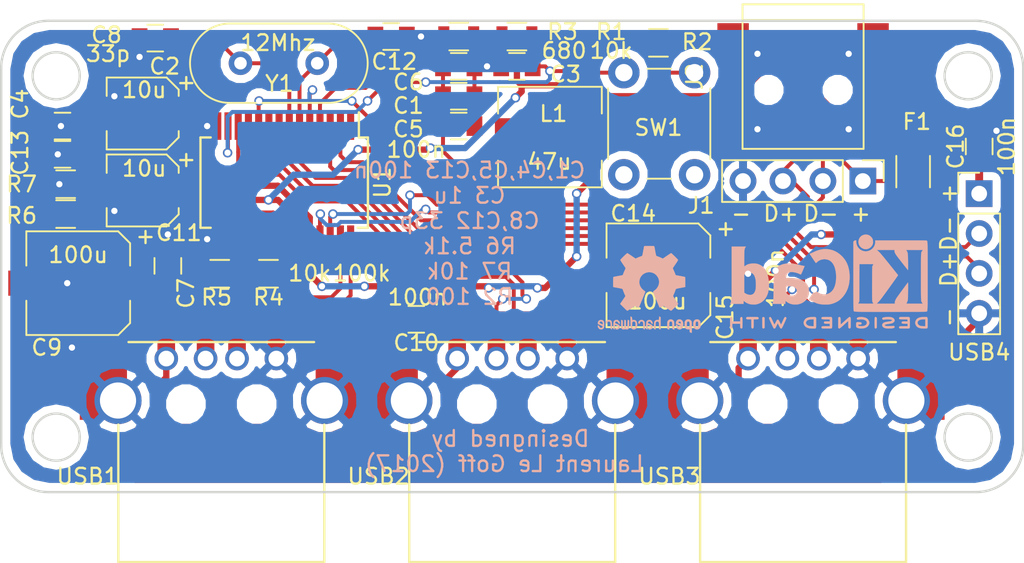
<source format=kicad_pcb>
(kicad_pcb (version 4) (host pcbnew 4.0.6)
  (layers (0 F.Cu signal) (31 B.Cu signal) (34 B.Paste user) (35 F.Paste user) (36 B.SilkS user) (37 F.SilkS user) (38 B.Mask user) (39 F.Mask user) (44 Edge.Cuts user))
  (net 0 "")
  (net 1 "Net-(C1-Pad1)")
  (net 2 "Net-(C8-Pad1)")
  (net 3 /USBGND)
  (net 4 /USB3V3)
  (net 5 /USB5VP)
  (net 6 /USB5V)
  (net 7 /D0-)
  (net 8 /D0+)
  (net 9 /D2-)
  (net 10 /D2+)
  (net 11 /D3-)
  (net 12 /D3+)
  (net 13 /D4-)
  (net 14 /D4+)
  (net 15 /D1-)
  (net 16 /D1+)
  (net 17 /USBRST)
  (net 18 "Net-(C12-Pad1)")
  (net 19 "Net-(J2-Pad4)")
  (net 20 "Net-(R2-Pad2)")
  (net 21 "Net-(R3-Pad1)")
  (net 22 "Net-(R4-Pad1)")
  (net 23 "Net-(R5-Pad1)")
  (net 24 "Net-(R6-Pad1)")
  (net 25 "Net-(U1-Pad19)")
  (net 26 "Net-(U1-Pad20)")
  (net 27 "Net-(U1-Pad22)")
  (module Capacitors_SMD:C_0805 (layer F.Cu) (at 49.1 88.8)
    (fp_text reference C1 (at -3.2 0.6) (layer F.SilkS))
    (fp_text value 100n)
    (pad 1 smd rect (at -1 0) (size 1 1.25) (layers F.Cu F.Paste F.Mask) (net 1 "Net-(C1-Pad1)"))
    (pad 2 smd rect (at 1 0) (size 1 1.25) (layers F.Cu F.Paste F.Mask) (net 3 /USBGND))
  )
  (module Capacitors_SMD:CP_Elec_4x5.7 (layer F.Cu) (at 29 89.9 180)
    (fp_text reference C2 (at -1.4 3 180) (layer F.SilkS))
    (fp_text value 10u (at -0.1 1.5 180) (layer F.SilkS))
    (fp_text user + (at -2.77 2.01 180) (layer F.SilkS))
    (pad 1 smd rect (at -1.8 0) (size 2.6 1.6) (layers F.Cu F.Paste F.Mask) (net 4 /USB3V3))
    (pad 2 smd rect (at 1.8 0) (size 2.6 1.6) (layers F.Cu F.Paste F.Mask) (net 3 /USBGND))
  )
  (module Capacitors_SMD:C_0805 (layer F.Cu) (at 52.8 86.9 180)
    (fp_text reference C3 (at -3.1 -0.5 180) (layer F.SilkS))
    (fp_text value 1u)
    (pad 1 smd rect (at -1 0 180) (size 1 1.25) (layers F.Cu F.Paste F.Mask) (net 17 /USBRST))
    (pad 2 smd rect (at 1 0 180) (size 1 1.25) (layers F.Cu F.Paste F.Mask) (net 3 /USBGND))
  )
  (module Capacitors_SMD:C_0805 (layer F.Cu) (at 23.9 90.7 180)
    (fp_text reference C4 (at 2.7 1.4 270) (layer F.SilkS))
    (fp_text value 100n)
    (pad 1 smd rect (at -1 0 180) (size 1 1.25) (layers F.Cu F.Paste F.Mask) (net 4 /USB3V3))
    (pad 2 smd rect (at 1 0 180) (size 1 1.25) (layers F.Cu F.Paste F.Mask) (net 3 /USBGND))
  )
  (module Capacitors_SMD:C_0805 (layer F.Cu) (at 49.1 90.7)
    (fp_text reference C5 (at -3.2 0.2) (layer F.SilkS))
    (fp_text value 100n (at -2.7 1.5) (layer F.SilkS))
    (pad 1 smd rect (at -1 0) (size 1 1.25) (layers F.Cu F.Paste F.Mask) (net 1 "Net-(C1-Pad1)"))
    (pad 2 smd rect (at 1 0) (size 1 1.25) (layers F.Cu F.Paste F.Mask) (net 3 /USBGND))
  )
  (module Capacitors_SMD:C_0805 (layer F.Cu) (at 49.1 86.9)
    (fp_text reference C6 (at -3.2 1) (layer F.SilkS))
    (fp_text value 100n)
    (pad 1 smd rect (at -1 0) (size 1 1.25) (layers F.Cu F.Paste F.Mask) (net 1 "Net-(C1-Pad1)"))
    (pad 2 smd rect (at 1 0) (size 1 1.25) (layers F.Cu F.Paste F.Mask) (net 3 /USBGND))
  )
  (module Capacitors_SMD:C_0805 (layer F.Cu) (at 29.8 85.1 180)
    (fp_text reference C8 (at 3.1 0.2 180) (layer F.SilkS))
    (fp_text value 33p (at 3 -1 180) (layer F.SilkS))
    (pad 1 smd rect (at -1 0 180) (size 1 1.25) (layers F.Cu F.Paste F.Mask) (net 2 "Net-(C8-Pad1)"))
    (pad 2 smd rect (at 1 0 180) (size 1 1.25) (layers F.Cu F.Paste F.Mask) (net 3 /USBGND))
  )
  (module Capacitors_SMD:C_0805 (layer F.Cu) (at 44.8 85)
    (fp_text reference C12 (at 0.2 1.6) (layer F.SilkS))
    (fp_text value 33p)
    (pad 1 smd rect (at -1 0) (size 1 1.25) (layers F.Cu F.Paste F.Mask) (net 18 "Net-(C12-Pad1)"))
    (pad 2 smd rect (at 1 0) (size 1 1.25) (layers F.Cu F.Paste F.Mask) (net 3 /USBGND))
  )
  (module Capacitors_SMD:C_0805 (layer F.Cu) (at 30.6 99.6 90)
    (fp_text reference C7 (at -1.746 1.15 90) (layer F.SilkS))
    (fp_text value 100n)
    (pad 1 smd rect (at -1 0 90) (size 1 1.25) (layers F.Cu F.Paste F.Mask) (net 5 /USB5VP))
    (pad 2 smd rect (at 1 0 90) (size 1 1.25) (layers F.Cu F.Paste F.Mask) (net 3 /USBGND))
  )
  (module Capacitors_SMD:CP_Elec_6.3x5.3 (layer F.Cu) (at 24.9 100.7 180)
    (fp_text reference C9 (at 2 -4.1 180) (layer F.SilkS))
    (fp_text value 100u (at 0 1.8 180) (layer F.SilkS))
    (fp_text user + (at -4.28 3.01 180) (layer F.SilkS))
    (pad 1 smd rect (at -2.7 0) (size 3.5 1.6) (layers F.Cu F.Paste F.Mask) (net 5 /USB5VP))
    (pad 2 smd rect (at 2.7 0) (size 3.5 1.6) (layers F.Cu F.Paste F.Mask) (net 3 /USBGND))
  )
  (module Capacitors_SMD:C_0805 (layer F.Cu) (at 46.4 103 180)
    (fp_text reference C10 (at 0 -1.5 180) (layer F.SilkS))
    (fp_text value 100n (at -0.082 1.4 180) (layer F.SilkS))
    (pad 1 smd rect (at -1 0 180) (size 1 1.25) (layers F.Cu F.Paste F.Mask) (net 5 /USB5VP))
    (pad 2 smd rect (at 1 0 180) (size 1 1.25) (layers F.Cu F.Paste F.Mask) (net 3 /USBGND))
  )
  (module Capacitors_SMD:CP_Elec_6.3x5.3 (layer F.Cu) (at 61.8 100.2 180)
    (fp_text reference C14 (at 1.602 3.934 180) (layer F.SilkS))
    (fp_text value 100u (at 0.078 -1.654 180) (layer F.SilkS))
    (fp_text user + (at -4.28 3.01 180) (layer F.SilkS))
    (pad 1 smd rect (at -2.7 0) (size 3.5 1.6) (layers F.Cu F.Paste F.Mask) (net 5 /USB5VP))
    (pad 2 smd rect (at 2.7 0) (size 3.5 1.6) (layers F.Cu F.Paste F.Mask) (net 3 /USBGND))
  )
  (module Capacitors_SMD:C_0805 (layer F.Cu) (at 67.5 100.4 90)
    (fp_text reference C15 (at -2.47 -1.46 90) (layer F.SilkS))
    (fp_text value 100n (at 0 1.75 90) (layer F.SilkS))
    (pad 1 smd rect (at -1 0 90) (size 1 1.25) (layers F.Cu F.Paste F.Mask) (net 5 /USB5VP))
    (pad 2 smd rect (at 1 0 90) (size 1 1.25) (layers F.Cu F.Paste F.Mask) (net 3 /USBGND))
  )
  (module Capacitors_SMD:C_0805 (layer F.Cu) (at 23.9 92.5 180)
    (fp_text reference C13 (at 2.7 0.1 270) (layer F.SilkS))
    (fp_text value 100n)
    (pad 1 smd rect (at -1 0 180) (size 1 1.25) (layers F.Cu F.Paste F.Mask) (net 6 /USB5V))
    (pad 2 smd rect (at 1 0 180) (size 1 1.25) (layers F.Cu F.Paste F.Mask) (net 3 /USBGND))
  )
  (module Fuse_Holders_and_Fuses:Fuse_SMD1206_Reflow (layer F.Cu) (at 78 93.6 270)
    (fp_text reference F1 (at -3.176 -0.232 360) (layer F.SilkS))
    (fp_text value Polyfuse_Small)
    (pad 1 smd rect (at -1.2 0) (size 2.03 1.14) (layers F.Cu F.Paste F.Mask) (net 5 /USB5VP))
    (pad 2 smd rect (at 1.2 0) (size 2.03 1.14) (layers F.Cu F.Paste F.Mask) (net 6 /USB5V))
  )
  (module Pin_Headers:Pin_Header_Straight_1x04_Pitch2.54mm (layer F.Cu) (at 74.8 94.2 270)
    (fp_text reference J1 (at 1.558 10.284 360) (layer F.SilkS))
    (fp_text value USB)
    (pad 1 thru_hole rect (at 0 0 270) (size 1.7 1.7) (drill 1) (layers *.Cu *.Mask) (net 6 /USB5V))
    (pad 2 thru_hole oval (at 0 2.54 270) (size 1.7 1.7) (drill 1) (layers *.Cu *.Mask) (net 7 /D0-))
    (pad 3 thru_hole oval (at 0 5.08 270) (size 1.7 1.7) (drill 1) (layers *.Cu *.Mask) (net 8 /D0+))
    (pad 4 thru_hole oval (at 0 7.62 270) (size 1.7 1.7) (drill 1) (layers *.Cu *.Mask) (net 3 /USBGND))
  )
  (module Connectors:USB_Mini-B (layer F.Cu) (at 71 88.2 270)
    (fp_text reference J2 (at -0.65 6.9 270) (layer F.SilkS))
    (fp_text value USB_OTG)
    (pad 1 smd rect (at 2.8 -1.6 270) (size 2.3 0.5) (layers F.Cu F.Paste F.Mask) (net 6 /USB5V))
    (pad 2 smd rect (at 2.8 -0.8 270) (size 2.3 0.5) (layers F.Cu F.Paste F.Mask) (net 7 /D0-))
    (pad 3 smd rect (at 2.8 0 270) (size 2.3 0.5) (layers F.Cu F.Paste F.Mask) (net 8 /D0+))
    (pad 4 smd rect (at 2.8 0.8 270) (size 2.3 0.5) (layers F.Cu F.Paste F.Mask) (net 19 "Net-(J2-Pad4)"))
    (pad 5 smd rect (at 2.8 1.6 270) (size 2.3 0.5) (layers F.Cu F.Paste F.Mask) (net 3 /USBGND))
    (pad 6 smd rect (at 2.7 -4.45 270) (size 2.5 2) (layers F.Cu F.Paste F.Mask) (net 3 /USBGND))
    (pad 6 smd rect (at -2.8 -4.45 270) (size 2.5 2) (layers F.Cu F.Paste F.Mask) (net 3 /USBGND))
    (pad 6 smd rect (at 2.7 4.45 270) (size 2.5 2) (layers F.Cu F.Paste F.Mask) (net 3 /USBGND))
    (pad 6 smd rect (at -2.8 4.45 270) (size 2.5 2) (layers F.Cu F.Paste F.Mask) (net 3 /USBGND))
    (pad "" np_thru_hole circle (at 0.2 -2.2 270) (size 0.9 0.9) (drill 0.9) (layers *.Cu *.Mask))
    (pad "" np_thru_hole circle (at 0.2 2.2 270) (size 0.9 0.9) (drill 0.9) (layers *.Cu *.Mask))
  )
  (module Inductors_SMD:L_6.3x6.3_H3 (layer F.Cu) (at 54.9 91.4)
    (fp_text reference L1 (at 0.218 -1.484) (layer F.SilkS))
    (fp_text value 47u (at -0.036 1.564) (layer F.SilkS))
    (pad 1 smd rect (at -2.75 0) (size 1.5 2.4) (layers F.Cu F.Paste F.Mask) (net 1 "Net-(C1-Pad1)"))
    (pad 2 smd rect (at 2.75 0) (size 1.5 2.4) (layers F.Cu F.Paste F.Mask) (net 4 /USB3V3))
  )
  (module Resistors_SMD:R_0805 (layer F.Cu) (at 52.8 85 180)
    (fp_text reference R1 (at -6 0.3 180) (layer F.SilkS))
    (fp_text value 10k (at -6 -0.9 180) (layer F.SilkS))
    (pad 1 smd rect (at -0.95 0 180) (size 0.7 1.3) (layers F.Cu F.Paste F.Mask) (net 17 /USBRST))
    (pad 2 smd rect (at 0.95 0 180) (size 0.7 1.3) (layers F.Cu F.Paste F.Mask) (net 6 /USB5V))
  )
  (module Resistors_SMD:R_0805 (layer F.Cu) (at 49.1 85)
    (fp_text reference R3 (at 6.6 -0.3) (layer F.SilkS))
    (fp_text value 680 (at 6.7 0.9) (layer F.SilkS))
    (pad 1 smd rect (at -0.95 0) (size 0.7 1.3) (layers F.Cu F.Paste F.Mask) (net 21 "Net-(R3-Pad1)"))
    (pad 2 smd rect (at 0.95 0) (size 0.7 1.3) (layers F.Cu F.Paste F.Mask) (net 3 /USBGND))
  )
  (module Resistors_SMD:R_0805 (layer F.Cu) (at 37 100.1)
    (fp_text reference R4 (at 0 1.5) (layer F.SilkS))
    (fp_text value 100k (at 5.926 -0.024) (layer F.SilkS))
    (pad 1 smd rect (at -0.95 0) (size 0.7 1.3) (layers F.Cu F.Paste F.Mask) (net 22 "Net-(R4-Pad1)"))
    (pad 2 smd rect (at 0.95 0) (size 0.7 1.3) (layers F.Cu F.Paste F.Mask) (net 4 /USB3V3))
  )
  (module Resistors_SMD:R_0805 (layer F.Cu) (at 33.9 100.1 180)
    (fp_text reference R5 (at 0.2 -1.5 180) (layer F.SilkS))
    (fp_text value 10k (at -5.724 0.024 180) (layer F.SilkS))
    (pad 1 smd rect (at -0.95 0 180) (size 0.7 1.3) (layers F.Cu F.Paste F.Mask) (net 23 "Net-(R5-Pad1)"))
    (pad 2 smd rect (at 0.95 0 180) (size 0.7 1.3) (layers F.Cu F.Paste F.Mask) (net 4 /USB3V3))
  )
  (module Resistors_SMD:R_0805 (layer F.Cu) (at 24.1 96.3 180)
    (fp_text reference R6 (at 2.8 -0.1 180) (layer F.SilkS))
    (fp_text value 5.1k)
    (pad 1 smd rect (at -0.95 0 180) (size 0.7 1.3) (layers F.Cu F.Paste F.Mask) (net 24 "Net-(R6-Pad1)"))
    (pad 2 smd rect (at 0.95 0 180) (size 0.7 1.3) (layers F.Cu F.Paste F.Mask) (net 5 /USB5VP))
  )
  (module Resistors_SMD:R_0805 (layer F.Cu) (at 24.1 94.4)
    (fp_text reference R7 (at -2.8 0) (layer F.SilkS))
    (fp_text value 10k)
    (pad 1 smd rect (at -0.95 0) (size 0.7 1.3) (layers F.Cu F.Paste F.Mask) (net 3 /USBGND))
    (pad 2 smd rect (at 0.95 0) (size 0.7 1.3) (layers F.Cu F.Paste F.Mask) (net 24 "Net-(R6-Pad1)"))
  )
  (module Housings_SSOP:SSOP-28_5.3x10.2mm_Pitch0.65mm (layer F.Cu) (at 38 94.3 270)
    (fp_text reference U1 (at 0 -6.25 270) (layer F.SilkS))
    (fp_text value GL850G)
    (pad 1 smd rect (at -3.6 -4.225 270) (size 1.75 0.45) (layers F.Cu F.Paste F.Mask) (net 1 "Net-(C1-Pad1)"))
    (pad 2 smd rect (at -3.6 -3.575 270) (size 1.75 0.45) (layers F.Cu F.Paste F.Mask) (net 9 /D2-))
    (pad 3 smd rect (at -3.6 -2.925 270) (size 1.75 0.45) (layers F.Cu F.Paste F.Mask) (net 10 /D2+))
    (pad 4 smd rect (at -3.6 -2.275 270) (size 1.75 0.45) (layers F.Cu F.Paste F.Mask) (net 21 "Net-(R3-Pad1)"))
    (pad 5 smd rect (at -3.6 -1.625 270) (size 1.75 0.45) (layers F.Cu F.Paste F.Mask) (net 1 "Net-(C1-Pad1)"))
    (pad 6 smd rect (at -3.6 -0.975 270) (size 1.75 0.45) (layers F.Cu F.Paste F.Mask) (net 18 "Net-(C12-Pad1)"))
    (pad 7 smd rect (at -3.6 -0.325 270) (size 1.75 0.45) (layers F.Cu F.Paste F.Mask) (net 2 "Net-(C8-Pad1)"))
    (pad 8 smd rect (at -3.6 0.325 270) (size 1.75 0.45) (layers F.Cu F.Paste F.Mask) (net 11 /D3-))
    (pad 9 smd rect (at -3.6 0.975 270) (size 1.75 0.45) (layers F.Cu F.Paste F.Mask) (net 12 /D3+))
    (pad 10 smd rect (at -3.6 1.625 270) (size 1.75 0.45) (layers F.Cu F.Paste F.Mask) (net 1 "Net-(C1-Pad1)"))
    (pad 11 smd rect (at -3.6 2.275 270) (size 1.75 0.45) (layers F.Cu F.Paste F.Mask) (net 13 /D4-))
    (pad 12 smd rect (at -3.6 2.925 270) (size 1.75 0.45) (layers F.Cu F.Paste F.Mask) (net 14 /D4+))
    (pad 13 smd rect (at -3.6 3.575 270) (size 1.75 0.45) (layers F.Cu F.Paste F.Mask) (net 17 /USBRST))
    (pad 14 smd rect (at -3.6 4.225 270) (size 1.75 0.45) (layers F.Cu F.Paste F.Mask) (net 3 /USBGND))
    (pad 15 smd rect (at 3.6 4.225 270) (size 1.75 0.45) (layers F.Cu F.Paste F.Mask) (net 3 /USBGND))
    (pad 16 smd rect (at 3.6 3.575 270) (size 1.75 0.45) (layers F.Cu F.Paste F.Mask) (net 4 /USB3V3))
    (pad 17 smd rect (at 3.6 2.925 270) (size 1.75 0.45) (layers F.Cu F.Paste F.Mask) (net 23 "Net-(R5-Pad1)"))
    (pad 18 smd rect (at 3.6 2.275 270) (size 1.75 0.45) (layers F.Cu F.Paste F.Mask) (net 22 "Net-(R4-Pad1)"))
    (pad 19 smd rect (at 3.6 1.625 270) (size 1.75 0.45) (layers F.Cu F.Paste F.Mask) (net 25 "Net-(U1-Pad19)"))
    (pad 20 smd rect (at 3.6 0.975 270) (size 1.75 0.45) (layers F.Cu F.Paste F.Mask) (net 26 "Net-(U1-Pad20)"))
    (pad 21 smd rect (at 3.6 0.325 270) (size 1.75 0.45) (layers F.Cu F.Paste F.Mask) (net 24 "Net-(R6-Pad1)"))
    (pad 22 smd rect (at 3.6 -0.325 270) (size 1.75 0.45) (layers F.Cu F.Paste F.Mask) (net 27 "Net-(U1-Pad22)"))
    (pad 23 smd rect (at 3.6 -0.975 270) (size 1.75 0.45) (layers F.Cu F.Paste F.Mask) (net 6 /USB5V))
    (pad 24 smd rect (at 3.6 -1.625 270) (size 1.75 0.45) (layers F.Cu F.Paste F.Mask) (net 4 /USB3V3))
    (pad 25 smd rect (at 3.6 -2.275 270) (size 1.75 0.45) (layers F.Cu F.Paste F.Mask) (net 7 /D0-))
    (pad 26 smd rect (at 3.6 -2.925 270) (size 1.75 0.45) (layers F.Cu F.Paste F.Mask) (net 8 /D0+))
    (pad 27 smd rect (at 3.6 -3.575 270) (size 1.75 0.45) (layers F.Cu F.Paste F.Mask) (net 15 /D1-))
    (pad 28 smd rect (at 3.6 -4.225 270) (size 1.75 0.45) (layers F.Cu F.Paste F.Mask) (net 16 /D1+))
  )
  (module _LaurentPerso:USB_A_TTH&SMD (layer F.Cu) (at 34 105.5)
    (fp_text reference USB1 (at -8.5 7.5) (layer F.SilkS))
    (fp_text value USB_A)
    (pad 4 thru_hole circle (at 3.5 0 270) (size 1.5 1.5) (drill 1) (layers *.Cu *.Mask) (net 3 /USBGND))
    (pad 3 thru_hole circle (at 1 0 270) (size 1.5 1.5) (drill 1) (layers *.Cu *.Mask) (net 16 /D1+))
    (pad 2 thru_hole circle (at -1 0 270) (size 1.5 1.5) (drill 1) (layers *.Cu *.Mask) (net 15 /D1-))
    (pad 1 thru_hole circle (at -3.5 0 270) (size 1.5 1.5) (drill 1) (layers *.Cu *.Mask) (net 5 /USB5VP))
    (pad 5 thru_hole circle (at 6.57 2.67 270) (size 3 3) (drill 2.3) (layers *.Cu *.Mask) (net 3 /USBGND))
    (pad 5 thru_hole circle (at -6.57 2.67 270) (size 3 3) (drill 2.3) (layers *.Cu *.Mask) (net 3 /USBGND))
    (pad 1 smd rect (at -3.5 -1.5) (size 1.12 3) (layers F.Cu F.Paste F.Mask) (net 5 /USB5VP))
    (pad 2 smd rect (at -1 -1.5) (size 1.12 3) (layers F.Cu F.Paste F.Mask) (net 15 /D1-))
    (pad 4 smd rect (at 3.5 -1.5) (size 1.12 3) (layers F.Cu F.Paste F.Mask) (net 3 /USBGND))
    (pad 3 smd rect (at 1 -1.5) (size 1.12 3) (layers F.Cu F.Paste F.Mask) (net 16 /D1+))
    (pad 5 smd rect (at 7.5 1.2) (size 3 5.4) (layers F.Cu F.Paste F.Mask) (net 3 /USBGND))
    (pad 5 smd rect (at -7.5 1.2) (size 3 5.4) (layers F.Cu F.Paste F.Mask) (net 3 /USBGND))
    (pad "" np_thru_hole circle (at 2.25 2.9) (size 1.5 1.5) (drill 1.5) (layers *.Cu *.Mask))
    (pad "" np_thru_hole circle (at -2.25 2.9) (size 1.5 1.5) (drill 1.5) (layers *.Cu *.Mask))
  )
  (module _LaurentPerso:USB_A_TTH&SMD (layer F.Cu) (at 71 105.5)
    (fp_text reference USB3 (at -8.5 7.5) (layer F.SilkS))
    (fp_text value USB_A)
    (pad 4 thru_hole circle (at 3.5 0 270) (size 1.5 1.5) (drill 1) (layers *.Cu *.Mask) (net 3 /USBGND))
    (pad 3 thru_hole circle (at 1 0 270) (size 1.5 1.5) (drill 1) (layers *.Cu *.Mask) (net 12 /D3+))
    (pad 2 thru_hole circle (at -1 0 270) (size 1.5 1.5) (drill 1) (layers *.Cu *.Mask) (net 11 /D3-))
    (pad 1 thru_hole circle (at -3.5 0 270) (size 1.5 1.5) (drill 1) (layers *.Cu *.Mask) (net 5 /USB5VP))
    (pad 5 thru_hole circle (at 6.57 2.67 270) (size 3 3) (drill 2.3) (layers *.Cu *.Mask) (net 3 /USBGND))
    (pad 5 thru_hole circle (at -6.57 2.67 270) (size 3 3) (drill 2.3) (layers *.Cu *.Mask) (net 3 /USBGND))
    (pad 1 smd rect (at -3.5 -1.5) (size 1.12 3) (layers F.Cu F.Paste F.Mask) (net 5 /USB5VP))
    (pad 2 smd rect (at -1 -1.5) (size 1.12 3) (layers F.Cu F.Paste F.Mask) (net 11 /D3-))
    (pad 4 smd rect (at 3.5 -1.5) (size 1.12 3) (layers F.Cu F.Paste F.Mask) (net 3 /USBGND))
    (pad 3 smd rect (at 1 -1.5) (size 1.12 3) (layers F.Cu F.Paste F.Mask) (net 12 /D3+))
    (pad 5 smd rect (at 7.5 1.2) (size 3 5.4) (layers F.Cu F.Paste F.Mask) (net 3 /USBGND))
    (pad 5 smd rect (at -7.5 1.2) (size 3 5.4) (layers F.Cu F.Paste F.Mask) (net 3 /USBGND))
    (pad "" np_thru_hole circle (at 2.25 2.9) (size 1.5 1.5) (drill 1.5) (layers *.Cu *.Mask))
    (pad "" np_thru_hole circle (at -2.25 2.9) (size 1.5 1.5) (drill 1.5) (layers *.Cu *.Mask))
  )
  (module Crystals:Crystal_HC49-U_Vertical (layer F.Cu) (at 40.1 86.7 180)
    (fp_text reference Y1 (at 2.4 -1.3 180) (layer F.SilkS))
    (fp_text value 12Mhz (at 2.5 1.3 180) (layer F.SilkS))
    (pad 1 thru_hole circle (at 0 0 180) (size 1.5 1.5) (drill 0.8) (layers *.Cu *.Mask) (net 18 "Net-(C12-Pad1)"))
    (pad 2 thru_hole circle (at 4.88 0 180) (size 1.5 1.5) (drill 0.8) (layers *.Cu *.Mask) (net 2 "Net-(C8-Pad1)"))
  )
  (module Capacitors_SMD:C_0805 (layer F.Cu) (at 82.2 92 90)
    (fp_text reference C16 (at 0 -1.5 90) (layer F.SilkS))
    (fp_text value 100n (at 0 1.75 90) (layer F.SilkS))
    (pad 1 smd rect (at -1 0 90) (size 1 1.25) (layers F.Cu F.Paste F.Mask) (net 5 /USB5VP))
    (pad 2 smd rect (at 1 0 90) (size 1 1.25) (layers F.Cu F.Paste F.Mask) (net 3 /USBGND))
  )
  (module Capacitors_SMD:CP_Elec_4x5.7 (layer F.Cu) (at 29 94.8 180)
    (fp_text reference C11 (at -2.3 -2.7 180) (layer F.SilkS))
    (fp_text value 10u (at -0.1 1.4 180) (layer F.SilkS))
    (fp_text user + (at -2.77 2.01 180) (layer F.SilkS))
    (pad 1 smd rect (at -1.8 0) (size 2.6 1.6) (layers F.Cu F.Paste F.Mask) (net 6 /USB5V))
    (pad 2 smd rect (at 1.8 0) (size 2.6 1.6) (layers F.Cu F.Paste F.Mask) (net 3 /USBGND))
  )
  (module Pin_Headers:Pin_Header_Straight_1x04_Pitch2.54mm (layer F.Cu) (at 82.2 95)
    (fp_text reference USB4 (at 0 10.1) (layer F.SilkS))
    (fp_text value USB)
    (pad 1 thru_hole rect (at 0 0) (size 1.7 1.7) (drill 1) (layers *.Cu *.Mask) (net 5 /USB5VP))
    (pad 2 thru_hole oval (at 0 2.54) (size 1.7 1.7) (drill 1) (layers *.Cu *.Mask) (net 9 /D2-))
    (pad 3 thru_hole oval (at 0 5.08) (size 1.7 1.7) (drill 1) (layers *.Cu *.Mask) (net 10 /D2+))
    (pad 4 thru_hole oval (at 0 7.62) (size 1.7 1.7) (drill 1) (layers *.Cu *.Mask) (net 3 /USBGND))
  )
  (module _LaurentPerso:USB_A_TTH&SMD (layer F.Cu) (at 52.5 105.5)
    (fp_text reference USB2 (at -8.5 7.5) (layer F.SilkS))
    (fp_text value USB_A)
    (pad 4 thru_hole circle (at 3.5 0 270) (size 1.5 1.5) (drill 1) (layers *.Cu *.Mask) (net 3 /USBGND))
    (pad 3 thru_hole circle (at 1 0 270) (size 1.5 1.5) (drill 1) (layers *.Cu *.Mask) (net 14 /D4+))
    (pad 2 thru_hole circle (at -1 0 270) (size 1.5 1.5) (drill 1) (layers *.Cu *.Mask) (net 13 /D4-))
    (pad 1 thru_hole circle (at -3.5 0 270) (size 1.5 1.5) (drill 1) (layers *.Cu *.Mask) (net 5 /USB5VP))
    (pad 5 thru_hole circle (at 6.57 2.67 270) (size 3 3) (drill 2.3) (layers *.Cu *.Mask) (net 3 /USBGND))
    (pad 5 thru_hole circle (at -6.57 2.67 270) (size 3 3) (drill 2.3) (layers *.Cu *.Mask) (net 3 /USBGND))
    (pad 1 smd rect (at -3.5 -1.5) (size 1.12 3) (layers F.Cu F.Paste F.Mask) (net 5 /USB5VP))
    (pad 2 smd rect (at -1 -1.5) (size 1.12 3) (layers F.Cu F.Paste F.Mask) (net 13 /D4-))
    (pad 4 smd rect (at 3.5 -1.5) (size 1.12 3) (layers F.Cu F.Paste F.Mask) (net 3 /USBGND))
    (pad 3 smd rect (at 1 -1.5) (size 1.12 3) (layers F.Cu F.Paste F.Mask) (net 14 /D4+))
    (pad 5 smd rect (at 7.5 1.2) (size 3 5.4) (layers F.Cu F.Paste F.Mask) (net 3 /USBGND))
    (pad 5 smd rect (at -7.5 1.2) (size 3 5.4) (layers F.Cu F.Paste F.Mask) (net 3 /USBGND))
    (pad "" np_thru_hole circle (at 2.25 2.9) (size 1.5 1.5) (drill 1.5) (layers *.Cu *.Mask))
    (pad "" np_thru_hole circle (at -2.25 2.9) (size 1.5 1.5) (drill 1.5) (layers *.Cu *.Mask))
  )
  (module Resistors_SMD:R_0805 (layer F.Cu) (at 61.8 85.4 180)
    (fp_text reference R2 (at -2.462 0.056 180) (layer F.SilkS))
    (fp_text value 100)
    (pad 1 smd rect (at -0.95 0 180) (size 0.7 1.3) (layers F.Cu F.Paste F.Mask) (net 3 /USBGND))
    (pad 2 smd rect (at 0.95 0 180) (size 0.7 1.3) (layers F.Cu F.Paste F.Mask) (net 20 "Net-(R2-Pad2)"))
  )
  (module Buttons_Switches_THT:SW_PUSH_6mm (layer F.Cu) (at 59.6 93.8 90)
    (fp_text reference SW1 (at 3 2.2 180) (layer F.SilkS))
    (fp_text value SW_RST)
    (pad 2 thru_hole circle (at 0 4.5 180) (size 2 2) (drill 1.1) (layers *.Cu *.Mask) (net 20 "Net-(R2-Pad2)"))
    (pad 1 thru_hole circle (at 0 0 180) (size 2 2) (drill 1.1) (layers *.Cu *.Mask) (net 17 /USBRST))
    (pad 2 thru_hole circle (at 6.5 4.5 180) (size 2 2) (drill 1.1) (layers *.Cu *.Mask) (net 20 "Net-(R2-Pad2)"))
    (pad 1 thru_hole circle (at 6.5 0 180) (size 2 2) (drill 1.1) (layers *.Cu *.Mask) (net 17 /USBRST))
  )
  (module Symbols:OSHW-Logo2_7.3x6mm_SilkScreen (layer B.Cu) (at 61.214 101.092 180)
    (fp_text reference REF*** hide)
    (fp_text value OSHW-Logo2_7.3x6mm_SilkScreen hide)
  )
  (module Symbols:KiCad-Logo2_6mm_SilkScreen (layer B.Cu) (at 72.644 100.584 180)
    (fp_text reference REF*** hide)
    (fp_text value KiCad-Logo2_6mm_SilkScreen hide)
  )
  (gr_line (start 82 84) (end 23 84) (angle 90) (layer Edge.Cuts) (width 0.15))
  (gr_line (start 85 111) (end 85 87) (angle 90) (layer Edge.Cuts) (width 0.15))
  (gr_text "C1,C4,C5,C13 100n\nC3 1u\nC8,C12 33p\nR6 5.1k\nR7 10k\nR2 100\n" (at 49.784 97.536) (layer B.SilkS) (effects (font (size 1 1)) (justify mirror)))
  (gr_text - (at 67.056 96.266) (layer F.SilkS) (effects (font (size 1 1))))
  (gr_text D+ (at 69.596 96.266) (layer F.SilkS) (effects (font (size 1 1))))
  (gr_text D- (at 72.136 96.266) (layer F.SilkS) (effects (font (size 1 1))))
  (gr_text + (at 74.676 96.266) (layer F.SilkS) (effects (font (size 1 1))))
  (gr_text + (at 80.264 94.996 90) (layer F.SilkS) (effects (font (size 1 1))))
  (gr_text D- (at 80.264 97.536 90) (layer F.SilkS) (effects (font (size 1 1))))
  (gr_text D+ (at 80.264 99.822 90) (layer F.SilkS) (effects (font (size 1 1))))
  (gr_text - (at 80.264 102.87 90) (layer F.SilkS) (effects (font (size 1 1))))
  (gr_text "Desingned by \nLaurent Le Goff (2017)" (at 52 111.4) (layer B.SilkS) (effects (font (size 1 1)) (justify mirror)))
  (gr_circle (center 81.5 110.5) (end 81.5 112) (layer Edge.Cuts) (width 0.15))
  (gr_circle (center 23.5 110.5) (end 23.5 112) (layer Edge.Cuts) (width 0.15))
  (gr_circle (center 81.5 87.5) (end 81.5 86) (layer Edge.Cuts) (width 0.15))
  (gr_circle (center 23.5 87.5) (end 23.5 86) (layer Edge.Cuts) (width 0.15))
  (gr_arc (start 82 111) (end 85 111) (angle 90) (layer Edge.Cuts) (width 0.15))
  (gr_line (start 23 114) (end 82 114) (angle 90) (layer Edge.Cuts) (width 0.15))
  (gr_arc (start 23 111) (end 23 114) (angle 90) (layer Edge.Cuts) (width 0.15))
  (gr_arc (start 82 87) (end 82 84) (angle 90) (layer Edge.Cuts) (width 0.15))
  (gr_arc (start 23 87) (end 20 87) (angle 90) (layer Edge.Cuts) (width 0.15))
  (gr_line (start 20 87) (end 20 111) (angle 90) (layer Edge.Cuts) (width 0.15))
  (segment (start 48.1 90.7) (end 48.1 92.3) (width 0.25) (layer F.Cu) (net 1))
  (segment (start 50.45 93.1) (end 52.15 91.4) (width 0.25) (layer F.Cu) (net 1))
  (segment (start 48.9 93.1) (end 50.45 93.1) (width 0.25) (layer F.Cu) (net 1))
  (segment (start 48.1 92.3) (end 48.9 93.1) (width 0.25) (layer F.Cu) (net 1))
  (segment (start 43.5 90.3) (end 47.7 90.3) (width 0.25) (layer F.Cu) (net 1))
  (segment (start 47.7 90.3) (end 48.1 90.7) (width 0.25) (layer F.Cu) (net 1))
  (segment (start 48.1 88.8) (end 48.1 86.9) (width 0.25) (layer F.Cu) (net 1))
  (segment (start 48.1 90.7) (end 48.1 88.8) (width 0.25) (layer F.Cu) (net 1))
  (segment (start 52.15 91.4) (end 51.7 91.4) (width 0.25) (layer F.Cu) (net 1))
  (segment (start 39.625 90.7) (end 39.625 88.575) (width 0.25) (layer F.Cu) (net 1))
  (segment (start 39.6 88.6) (end 39.6 89.1) (width 0.25) (layer B.Cu) (net 1))
  (segment (start 39.8 88.4) (end 39.6 88.6) (width 0.25) (layer B.Cu) (net 1))
  (via (at 39.8 88.4) (size 0.6) (drill 0.4) (layers F.Cu B.Cu) (net 1))
  (segment (start 39.625 88.575) (end 39.8 88.4) (width 0.25) (layer F.Cu) (net 1))
  (segment (start 42.225 90.7) (end 43.1 90.7) (width 0.25) (layer F.Cu) (net 1))
  (segment (start 43.1 90.7) (end 43.5 90.3) (width 0.25) (layer F.Cu) (net 1))
  (segment (start 36.375 90.7) (end 36.375 89.125) (width 0.25) (layer F.Cu) (net 1))
  (segment (start 42.3 89.1) (end 43.5 90.3) (width 0.25) (layer F.Cu) (net 1))
  (via (at 42.3 89.1) (size 0.6) (drill 0.4) (layers F.Cu B.Cu) (net 1))
  (segment (start 36.4 89.1) (end 39.6 89.1) (width 0.25) (layer B.Cu) (net 1))
  (segment (start 39.6 89.1) (end 42.3 89.1) (width 0.25) (layer B.Cu) (net 1))
  (via (at 36.4 89.1) (size 0.6) (drill 0.4) (layers F.Cu B.Cu) (net 1))
  (segment (start 36.375 89.125) (end 36.4 89.1) (width 0.25) (layer F.Cu) (net 1))
  (segment (start 38.325 90.7) (end 38.325 87.825) (width 0.25) (layer F.Cu) (net 2))
  (segment (start 37.2 86.7) (end 35.22 86.7) (width 0.25) (layer F.Cu) (net 2))
  (segment (start 38.325 87.825) (end 37.2 86.7) (width 0.25) (layer F.Cu) (net 2))
  (segment (start 30.8 85.1) (end 33.62 85.1) (width 0.25) (layer F.Cu) (net 2))
  (segment (start 33.62 85.1) (end 35.22 86.7) (width 0.25) (layer F.Cu) (net 2))
  (segment (start 50.05 85) (end 50.71 85) (width 0.4) (layer F.Cu) (net 3))
  (segment (start 50.9 85.19) (end 50.9 86.9) (width 0.4) (layer F.Cu) (net 3))
  (segment (start 50.71 85) (end 50.9 85.19) (width 0.4) (layer F.Cu) (net 3))
  (segment (start 62.75 85.4) (end 66.55 85.4) (width 0.4) (layer F.Cu) (net 3))
  (segment (start 66.15 85.8) (end 66.55 85.4) (width 0.4) (layer F.Cu) (net 3))
  (segment (start 69.4 91) (end 68.2 91) (width 0.4) (layer F.Cu) (net 3))
  (segment (start 68.2 91) (end 68.1 90.9) (width 0.4) (layer F.Cu) (net 3))
  (segment (start 67.5 99.4) (end 67.5 100.1) (width 0.4) (layer F.Cu) (net 3))
  (segment (start 67.18 99.78) (end 67.18 94.2) (width 0.4) (layer B.Cu) (net 3))
  (segment (start 67.5 100.1) (end 67.18 99.78) (width 0.4) (layer B.Cu) (net 3))
  (via (at 67.5 100.1) (size 0.6) (drill 0.4) (layers F.Cu B.Cu) (net 3))
  (segment (start 22.2 100.7) (end 24.2 100.7) (width 0.4) (layer F.Cu) (net 3))
  (segment (start 24.5 104.8) (end 26.4 106.7) (width 0.4) (layer F.Cu) (net 3))
  (via (at 24.5 104.8) (size 0.6) (drill 0.4) (layers F.Cu B.Cu) (net 3))
  (segment (start 24.5 101) (end 24.5 104.8) (width 0.4) (layer B.Cu) (net 3))
  (segment (start 24.2 100.7) (end 24.5 101) (width 0.4) (layer B.Cu) (net 3))
  (via (at 24.2 100.7) (size 0.6) (drill 0.4) (layers F.Cu B.Cu) (net 3))
  (segment (start 26.4 106.7) (end 26.5 106.7) (width 0.4) (layer F.Cu) (net 3))
  (segment (start 23.15 94.4) (end 23.7 94.4) (width 0.4) (layer F.Cu) (net 3))
  (segment (start 23.6 92.5) (end 22.9 92.5) (width 0.4) (layer F.Cu) (net 3))
  (via (at 23.6 92.5) (size 0.6) (drill 0.4) (layers F.Cu B.Cu) (net 3))
  (segment (start 23.6 94.3) (end 23.6 92.5) (width 0.4) (layer B.Cu) (net 3))
  (segment (start 23.7 94.4) (end 23.6 94.3) (width 0.4) (layer B.Cu) (net 3))
  (via (at 23.7 94.4) (size 0.6) (drill 0.4) (layers F.Cu B.Cu) (net 3))
  (segment (start 22.9 90.7) (end 23.8 90.7) (width 0.4) (layer F.Cu) (net 3))
  (segment (start 27.2 90.1) (end 27.2 88.8) (width 0.4) (layer B.Cu) (net 3))
  (segment (start 26.6 90.7) (end 27.2 90.1) (width 0.4) (layer B.Cu) (net 3))
  (segment (start 23.8 90.7) (end 26.6 90.7) (width 0.4) (layer B.Cu) (net 3))
  (via (at 23.8 90.7) (size 0.6) (drill 0.4) (layers F.Cu B.Cu) (net 3))
  (segment (start 28.8 85.1) (end 28.8 86.3) (width 0.4) (layer F.Cu) (net 3))
  (segment (start 27.2 88.8) (end 27.2 89.9) (width 0.4) (layer F.Cu) (net 3))
  (via (at 27.2 88.8) (size 0.6) (drill 0.4) (layers F.Cu B.Cu) (net 3))
  (segment (start 27.2 87.9) (end 27.2 88.8) (width 0.4) (layer B.Cu) (net 3))
  (segment (start 28.8 86.3) (end 27.2 87.9) (width 0.4) (layer B.Cu) (net 3))
  (via (at 28.8 86.3) (size 0.6) (drill 0.4) (layers F.Cu B.Cu) (net 3))
  (segment (start 27.2 94.8) (end 27.2 96.1) (width 0.4) (layer F.Cu) (net 3))
  (segment (start 30.6 97.6) (end 30.6 98.6) (width 0.4) (layer F.Cu) (net 3))
  (via (at 30.6 97.6) (size 0.6) (drill 0.4) (layers F.Cu B.Cu) (net 3))
  (segment (start 28.7 97.6) (end 30.6 97.6) (width 0.4) (layer B.Cu) (net 3))
  (segment (start 27.2 96.1) (end 28.7 97.6) (width 0.4) (layer B.Cu) (net 3))
  (via (at 27.2 96.1) (size 0.6) (drill 0.4) (layers F.Cu B.Cu) (net 3))
  (segment (start 33.775 90.7) (end 33.1 90.7) (width 0.4) (layer F.Cu) (net 3))
  (segment (start 33.1 97.9) (end 33.775 97.9) (width 0.4) (layer F.Cu) (net 3))
  (via (at 33.1 97.9) (size 0.6) (drill 0.4) (layers F.Cu B.Cu) (net 3))
  (segment (start 33.1 97.2) (end 33.1 97.9) (width 0.4) (layer B.Cu) (net 3))
  (segment (start 33.1 90.7) (end 33.1 97.2) (width 0.4) (layer B.Cu) (net 3))
  (via (at 33.1 90.7) (size 0.6) (drill 0.4) (layers F.Cu B.Cu) (net 3))
  (segment (start 45.8 85) (end 46.7 85) (width 0.4) (layer F.Cu) (net 3))
  (via (at 50.9 86.9) (size 0.6) (drill 0.4) (layers F.Cu B.Cu) (net 3))
  (segment (start 50.9 86.7) (end 50.9 86.9) (width 0.4) (layer B.Cu) (net 3))
  (segment (start 49.2 85) (end 50.9 86.7) (width 0.4) (layer B.Cu) (net 3))
  (segment (start 46.7 85) (end 49.2 85) (width 0.4) (layer B.Cu) (net 3))
  (via (at 46.7 85) (size 0.6) (drill 0.4) (layers F.Cu B.Cu) (net 3))
  (segment (start 82.2 91) (end 83.3 91) (width 0.4) (layer F.Cu) (net 3))
  (segment (start 74.7 90.1) (end 73.9 90.9) (width 0.4) (layer B.Cu) (net 3))
  (segment (start 82.4 90.1) (end 74.7 90.1) (width 0.4) (layer B.Cu) (net 3))
  (segment (start 83.3 91) (end 82.4 90.1) (width 0.4) (layer B.Cu) (net 3))
  (via (at 83.3 91) (size 0.6) (drill 0.4) (layers F.Cu B.Cu) (net 3))
  (segment (start 68.1 90.9) (end 68.1 89.6) (width 0.4) (layer B.Cu) (net 3))
  (segment (start 67.7 86.5) (end 68.1 86.1) (width 0.4) (layer B.Cu) (net 3))
  (segment (start 67.7 89.2) (end 67.7 86.5) (width 0.4) (layer B.Cu) (net 3))
  (segment (start 68.1 89.6) (end 67.7 89.2) (width 0.4) (layer B.Cu) (net 3))
  (segment (start 66.55 90.9) (end 68.1 90.9) (width 0.4) (layer F.Cu) (net 3))
  (segment (start 73.9 90.9) (end 75.45 90.9) (width 0.4) (layer F.Cu) (net 3))
  (via (at 73.9 90.9) (size 0.6) (drill 0.4) (layers F.Cu B.Cu) (net 3))
  (segment (start 68.1 90.9) (end 73.9 90.9) (width 0.4) (layer B.Cu) (net 3))
  (via (at 68.1 90.9) (size 0.6) (drill 0.4) (layers F.Cu B.Cu) (net 3))
  (segment (start 66.55 85.4) (end 67.4 85.4) (width 0.4) (layer F.Cu) (net 3))
  (segment (start 67.4 85.4) (end 68.1 86.1) (width 0.4) (layer F.Cu) (net 3))
  (via (at 68.1 86.1) (size 0.6) (drill 0.4) (layers F.Cu B.Cu) (net 3))
  (segment (start 68.1 86.1) (end 73.9 86.1) (width 0.4) (layer B.Cu) (net 3))
  (segment (start 73.9 86.1) (end 74.6 85.4) (width 0.4) (layer F.Cu) (net 3))
  (via (at 73.9 86.1) (size 0.6) (drill 0.4) (layers F.Cu B.Cu) (net 3))
  (segment (start 74.6 85.4) (end 75.45 85.4) (width 0.4) (layer F.Cu) (net 3))
  (segment (start 82.2 102.62) (end 82.2 103) (width 0.4) (layer F.Cu) (net 3))
  (segment (start 82.2 103) (end 78.5 106.7) (width 0.4) (layer F.Cu) (net 3))
  (segment (start 26.5 106.7) (end 26.5 105) (width 0.4) (layer F.Cu) (net 3))
  (segment (start 45.4 103) (end 45.4 106.3) (width 0.4) (layer F.Cu) (net 3))
  (segment (start 45.4 106.3) (end 45 106.7) (width 0.4) (layer F.Cu) (net 3))
  (segment (start 50.1 88.8) (end 50.1 90.7) (width 0.25) (layer F.Cu) (net 3))
  (segment (start 50.1 86.9) (end 50.1 88.8) (width 0.25) (layer F.Cu) (net 3))
  (segment (start 50.1 86.9) (end 50.9 86.9) (width 0.25) (layer F.Cu) (net 3))
  (segment (start 50.9 86.9) (end 51.8 86.9) (width 0.25) (layer F.Cu) (net 3))
  (segment (start 59.1 100.2) (end 59.1 105.8) (width 0.4) (layer F.Cu) (net 3))
  (segment (start 59.1 105.8) (end 60 106.7) (width 0.25) (layer F.Cu) (net 3))
  (segment (start 40.5 105.7) (end 41.5 106.7) (width 0.25) (layer F.Cu) (net 3))
  (segment (start 24.9 90.7) (end 25.2 90.7) (width 0.4) (layer F.Cu) (net 4))
  (segment (start 25.2 90.7) (end 25.8 91.3) (width 0.4) (layer F.Cu) (net 4))
  (segment (start 25.8 91.3) (end 30.6 91.3) (width 0.4) (layer F.Cu) (net 4))
  (segment (start 30.6 91.3) (end 30.8 91.5) (width 0.4) (layer F.Cu) (net 4))
  (segment (start 57.65 91.4) (end 57.65 93.95) (width 0.4) (layer F.Cu) (net 4))
  (segment (start 40.4 100.9) (end 39.3 99.8) (width 0.4) (layer F.Cu) (net 4))
  (via (at 40.4 100.9) (size 0.6) (drill 0.4) (layers F.Cu B.Cu) (net 4))
  (segment (start 43.1 100.9) (end 40.4 100.9) (width 0.4) (layer B.Cu) (net 4))
  (via (at 43.1 100.9) (size 0.6) (drill 0.4) (layers F.Cu B.Cu) (net 4))
  (segment (start 50.9 100.9) (end 43.1 100.9) (width 0.4) (layer F.Cu) (net 4))
  (segment (start 51 101) (end 50.9 100.9) (width 0.4) (layer F.Cu) (net 4))
  (via (at 51 101) (size 0.6) (drill 0.4) (layers F.Cu B.Cu) (net 4))
  (segment (start 51.1 100.9) (end 51 101) (width 0.4) (layer B.Cu) (net 4))
  (segment (start 54 100.9) (end 51.1 100.9) (width 0.4) (layer B.Cu) (net 4))
  (segment (start 54.1 101) (end 54 100.9) (width 0.4) (layer B.Cu) (net 4))
  (via (at 54.1 101) (size 0.6) (drill 0.4) (layers F.Cu B.Cu) (net 4))
  (segment (start 54.6 101) (end 54.1 101) (width 0.4) (layer F.Cu) (net 4))
  (segment (start 56.6 99) (end 54.6 101) (width 0.4) (layer F.Cu) (net 4))
  (via (at 56.6 99) (size 0.6) (drill 0.4) (layers F.Cu B.Cu) (net 4))
  (segment (start 56.6 95) (end 56.6 99) (width 0.4) (layer B.Cu) (net 4))
  (via (at 56.6 95) (size 0.6) (drill 0.4) (layers F.Cu B.Cu) (net 4))
  (segment (start 57.65 93.95) (end 56.6 95) (width 0.4) (layer F.Cu) (net 4))
  (segment (start 39.625 97.9) (end 39.625 96.525) (width 0.4) (layer F.Cu) (net 4))
  (segment (start 39.625 96.525) (end 37.6 94.5) (width 0.4) (layer F.Cu) (net 4))
  (segment (start 33.8 94.5) (end 30.8 91.5) (width 0.4) (layer F.Cu) (net 4))
  (segment (start 37.6 94.5) (end 33.8 94.5) (width 0.4) (layer F.Cu) (net 4))
  (segment (start 39.625 97.9) (end 39.625 99.475) (width 0.4) (layer F.Cu) (net 4))
  (segment (start 39 100.1) (end 37.95 100.1) (width 0.4) (layer F.Cu) (net 4))
  (segment (start 39.625 99.475) (end 39.3 99.8) (width 0.4) (layer F.Cu) (net 4))
  (segment (start 39.3 99.8) (end 39 100.1) (width 0.4) (layer F.Cu) (net 4))
  (segment (start 37.95 100.1) (end 37.95 100.65) (width 0.25) (layer F.Cu) (net 4))
  (segment (start 37.95 100.65) (end 37.5 101.1) (width 0.25) (layer F.Cu) (net 4))
  (segment (start 33.3 101.1) (end 32.95 100.75) (width 0.25) (layer F.Cu) (net 4))
  (segment (start 37.5 101.1) (end 33.3 101.1) (width 0.25) (layer F.Cu) (net 4))
  (segment (start 32.95 100.75) (end 32.95 100.1) (width 0.25) (layer F.Cu) (net 4))
  (segment (start 34.425 97.9) (end 34.425 98.975) (width 0.25) (layer F.Cu) (net 4))
  (segment (start 34.425 98.975) (end 33.3 100.1) (width 0.25) (layer F.Cu) (net 4))
  (segment (start 33.3 100.1) (end 32.95 100.1) (width 0.25) (layer F.Cu) (net 4))
  (segment (start 30.8 89.9) (end 30.8 91.5) (width 0.4) (layer F.Cu) (net 4))
  (segment (start 67.5 101.4) (end 67.75 101.4) (width 0.4) (layer F.Cu) (net 5))
  (segment (start 67.75 101.4) (end 69.25 99.9) (width 0.4) (layer F.Cu) (net 5))
  (segment (start 79.8 96.4) (end 79.8 92.4) (width 0.4) (layer F.Cu) (net 5))
  (segment (start 78.6 97.6) (end 79.8 96.4) (width 0.4) (layer F.Cu) (net 5))
  (segment (start 72.15 97.6) (end 78.6 97.6) (width 0.4) (layer F.Cu) (net 5))
  (via (at 72.15 97.6) (size 0.6) (drill 0.4) (layers F.Cu B.Cu) (net 5))
  (segment (start 71.55 97.6) (end 72.15 97.6) (width 0.4) (layer B.Cu) (net 5))
  (segment (start 69.25 99.9) (end 71.55 97.6) (width 0.4) (layer B.Cu) (net 5))
  (via (at 69.25 99.9) (size 0.6) (drill 0.4) (layers F.Cu B.Cu) (net 5))
  (segment (start 23.15 96.3) (end 23.2 96.3) (width 0.4) (layer F.Cu) (net 5))
  (segment (start 23.2 96.3) (end 27.6 100.7) (width 0.4) (layer F.Cu) (net 5))
  (segment (start 47.4 103) (end 48 103) (width 0.4) (layer F.Cu) (net 5))
  (segment (start 48 103) (end 49 104) (width 0.4) (layer F.Cu) (net 5))
  (segment (start 82.2 95) (end 81.7 95) (width 0.25) (layer F.Cu) (net 5))
  (segment (start 82.2 93) (end 82.2 95) (width 0.5) (layer F.Cu) (net 5))
  (segment (start 78 92.4) (end 79.8 92.4) (width 0.5) (layer F.Cu) (net 5))
  (segment (start 79.8 92.4) (end 81.6 92.4) (width 0.5) (layer F.Cu) (net 5))
  (segment (start 81.6 92.4) (end 82.2 93) (width 0.5) (layer F.Cu) (net 5))
  (segment (start 30.6 100.6) (end 30.6 103.9) (width 0.4) (layer F.Cu) (net 5))
  (segment (start 30.6 103.9) (end 30.5 104) (width 0.25) (layer F.Cu) (net 5))
  (segment (start 27.6 100.7) (end 30.5 100.7) (width 0.4) (layer F.Cu) (net 5))
  (segment (start 30.5 100.7) (end 30.6 100.6) (width 0.25) (layer F.Cu) (net 5))
  (segment (start 49 105.5) (end 49 106.1) (width 0.25) (layer F.Cu) (net 5))
  (segment (start 49 106.1) (end 48.4 106.7) (width 0.4) (layer F.Cu) (net 5))
  (segment (start 48.4 106.7) (end 48.4 111.7) (width 0.4) (layer F.Cu) (net 5))
  (segment (start 30.8 111.7) (end 48.4 111.7) (width 0.4) (layer F.Cu) (net 5))
  (segment (start 48.4 111.7) (end 65.5 111.7) (width 0.4) (layer F.Cu) (net 5))
  (segment (start 29.9 110.8) (end 30.8 111.7) (width 0.4) (layer F.Cu) (net 5))
  (segment (start 29.9 107.3) (end 29.9 110.8) (width 0.4) (layer F.Cu) (net 5))
  (segment (start 30.5 105.5) (end 30.5 106.7) (width 0.4) (layer F.Cu) (net 5))
  (segment (start 66.9 106.1) (end 67.5 105.5) (width 0.4) (layer F.Cu) (net 5))
  (segment (start 66.9 110.3) (end 66.9 106.1) (width 0.4) (layer F.Cu) (net 5))
  (segment (start 65.5 111.7) (end 66.9 110.3) (width 0.4) (layer F.Cu) (net 5))
  (segment (start 30.5 106.7) (end 29.9 107.3) (width 0.4) (layer F.Cu) (net 5))
  (segment (start 67.5 101.4) (end 67.5 104) (width 0.4) (layer F.Cu) (net 5))
  (segment (start 64.5 100.2) (end 65.2 100.2) (width 0.25) (layer F.Cu) (net 5))
  (segment (start 65.2 100.2) (end 66.4 101.4) (width 0.4) (layer F.Cu) (net 5))
  (segment (start 66.4 101.4) (end 67.5 101.4) (width 0.4) (layer F.Cu) (net 5))
  (segment (start 30.5 104) (end 30 104) (width 0.25) (layer F.Cu) (net 5))
  (segment (start 48.26 92.1) (end 49.505 92.1) (width 0.4) (layer B.Cu) (net 6))
  (segment (start 53.1 88.505) (end 53.1 88.1) (width 0.4) (layer F.Cu) (net 6))
  (segment (start 52.705 88.9) (end 53.1 88.505) (width 0.4) (layer F.Cu) (net 6))
  (via (at 52.705 88.9) (size 0.6) (drill 0.4) (layers F.Cu B.Cu) (net 6))
  (segment (start 49.505 92.1) (end 52.705 88.9) (width 0.4) (layer B.Cu) (net 6))
  (segment (start 49.1 92.1) (end 48.26 92.1) (width 0.4) (layer B.Cu) (net 6))
  (segment (start 48.26 92.1) (end 47.3 92.1) (width 0.4) (layer B.Cu) (net 6))
  (via (at 47.3 92.1) (size 0.6) (drill 0.4) (layers F.Cu B.Cu) (net 6))
  (segment (start 47.3 92.1) (end 47.2 92.2) (width 0.4) (layer F.Cu) (net 6))
  (segment (start 47.2 92.2) (end 42.7 92.2) (width 0.4) (layer F.Cu) (net 6))
  (via (at 42.7 92.2) (size 0.6) (drill 0.4) (layers F.Cu B.Cu) (net 6))
  (segment (start 42.7 92.2) (end 41.1 93.8) (width 0.4) (layer B.Cu) (net 6))
  (segment (start 41.1 93.8) (end 38.6 93.8) (width 0.4) (layer B.Cu) (net 6))
  (segment (start 38.6 93.8) (end 37 95.4) (width 0.4) (layer B.Cu) (net 6))
  (via (at 37 95.4) (size 0.6) (drill 0.4) (layers F.Cu B.Cu) (net 6))
  (segment (start 66 88.1) (end 65.9 88.1) (width 0.4) (layer F.Cu) (net 6))
  (segment (start 66 88.1) (end 67.5 88.1) (width 0.4) (layer F.Cu) (net 6))
  (segment (start 67.5 88.1) (end 68.4 87.2) (width 0.4) (layer F.Cu) (net 6))
  (segment (start 68.4 87.2) (end 70.4 87.2) (width 0.4) (layer F.Cu) (net 6))
  (segment (start 70.4 87.2) (end 72.6 89.4) (width 0.4) (layer F.Cu) (net 6))
  (segment (start 72.6 89.4) (end 72.6 91) (width 0.4) (layer F.Cu) (net 6))
  (segment (start 53.1 88.1) (end 56.1 88.1) (width 0.4) (layer F.Cu) (net 6))
  (segment (start 65.9 88.1) (end 65.2 88.8) (width 0.4) (layer F.Cu) (net 6))
  (segment (start 65.2 88.8) (end 56.8 88.8) (width 0.4) (layer F.Cu) (net 6))
  (segment (start 56.8 88.8) (end 56.1 88.1) (width 0.4) (layer F.Cu) (net 6))
  (segment (start 24.9 92.5) (end 28.5 92.5) (width 0.4) (layer F.Cu) (net 6))
  (segment (start 28.5 92.5) (end 30.8 94.8) (width 0.4) (layer F.Cu) (net 6))
  (segment (start 38.975 97.9) (end 38.975 96.775) (width 0.4) (layer F.Cu) (net 6))
  (segment (start 38.975 96.775) (end 37.6 95.4) (width 0.4) (layer F.Cu) (net 6))
  (segment (start 37.6 95.4) (end 37 95.4) (width 0.4) (layer F.Cu) (net 6))
  (segment (start 37 95.4) (end 31.4 95.4) (width 0.4) (layer F.Cu) (net 6))
  (segment (start 31.4 95.4) (end 30.8 94.8) (width 0.4) (layer F.Cu) (net 6))
  (segment (start 51.85 85) (end 52.4 85) (width 0.4) (layer F.Cu) (net 6))
  (segment (start 52.8 87.8) (end 53.1 88.1) (width 0.4) (layer F.Cu) (net 6))
  (segment (start 52.8 85.4) (end 52.8 87.8) (width 0.4) (layer F.Cu) (net 6))
  (segment (start 52.4 85) (end 52.8 85.4) (width 0.4) (layer F.Cu) (net 6))
  (segment (start 72.6 91) (end 72.6 92) (width 0.25) (layer F.Cu) (net 6))
  (segment (start 72.6 92) (end 74.8 94.2) (width 0.25) (layer F.Cu) (net 6))
  (segment (start 74.8 94.2) (end 77.4 94.2) (width 0.25) (layer F.Cu) (net 6))
  (segment (start 77.4 94.2) (end 78 94.8) (width 0.25) (layer F.Cu) (net 6))
  (segment (start 47 96) (end 46.8 96) (width 0.25) (layer B.Cu) (net 7))
  (segment (start 41.4 97) (end 41.2 97) (width 0.25) (layer B.Cu) (net 7))
  (segment (start 41.6 96.8) (end 41.4 97) (width 0.25) (layer B.Cu) (net 7))
  (segment (start 46 96.8) (end 41.6 96.8) (width 0.25) (layer B.Cu) (net 7))
  (segment (start 46.8 96) (end 46 96.8) (width 0.25) (layer B.Cu) (net 7))
  (segment (start 70.5 96.2) (end 71.3 96.2) (width 0.25) (layer F.Cu) (net 7))
  (segment (start 72.26 95.24) (end 72.26 94.2) (width 0.25) (layer F.Cu) (net 7))
  (segment (start 71.3 96.2) (end 72.26 95.24) (width 0.25) (layer F.Cu) (net 7))
  (segment (start 71.8 91) (end 71.8 92.2) (width 0.25) (layer F.Cu) (net 7))
  (segment (start 71.8 92.2) (end 72.26 92.66) (width 0.25) (layer F.Cu) (net 7))
  (segment (start 72.26 92.66) (end 72.26 94.2) (width 0.25) (layer F.Cu) (net 7))
  (segment (start 47 96) (end 47.2 96.2) (width 0.25) (layer F.Cu) (net 7))
  (segment (start 40.275 96.325) (end 40.3 96.3) (width 0.25) (layer F.Cu) (net 7))
  (segment (start 40.3 96.3) (end 40.3 96.6) (width 0.25) (layer B.Cu) (net 7))
  (segment (start 40.7 97) (end 41.2 97) (width 0.25) (layer B.Cu) (net 7))
  (segment (start 40.3 96.6) (end 40.7 97) (width 0.25) (layer B.Cu) (net 7))
  (segment (start 40.275 97.9) (end 40.275 96.325) (width 0.25) (layer F.Cu) (net 7))
  (via (at 40.3 96.3) (size 0.6) (drill 0.4) (layers F.Cu B.Cu) (net 7))
  (via (at 47 96) (size 0.6) (drill 0.4) (layers F.Cu B.Cu) (net 7))
  (segment (start 47.2 96.2) (end 70.5 96.2) (width 0.25) (layer F.Cu) (net 7))
  (segment (start 41.1 96.3) (end 45.8 96.3) (width 0.25) (layer B.Cu) (net 8))
  (segment (start 46 96.1) (end 46 95.1) (width 0.25) (layer B.Cu) (net 8))
  (segment (start 45.8 96.3) (end 46 96.1) (width 0.25) (layer B.Cu) (net 8))
  (segment (start 46 95.1) (end 47.1 95.1) (width 0.25) (layer F.Cu) (net 8))
  (segment (start 47.1 95.1) (end 47.7 95.7) (width 0.25) (layer F.Cu) (net 8))
  (segment (start 47.7 95.7) (end 71.1 95.7) (width 0.25) (layer F.Cu) (net 8))
  (segment (start 71.1 95.7) (end 71.3 95.5) (width 0.25) (layer F.Cu) (net 8))
  (segment (start 71.3 95.5) (end 71.3 95.2) (width 0.25) (layer F.Cu) (net 8))
  (segment (start 71.3 95.2) (end 70.3 94.2) (width 0.25) (layer F.Cu) (net 8))
  (segment (start 70.3 94.2) (end 69.72 94.2) (width 0.25) (layer F.Cu) (net 8))
  (segment (start 69.72 94.2) (end 69.72 94.72999) (width 0.25) (layer F.Cu) (net 8))
  (via (at 46 95.1) (size 0.6) (drill 0.4) (layers F.Cu B.Cu) (net 8))
  (segment (start 40.925 97.9) (end 40.925 96.475) (width 0.25) (layer F.Cu) (net 8))
  (via (at 41.1 96.3) (size 0.6) (drill 0.4) (layers F.Cu B.Cu) (net 8))
  (segment (start 40.925 96.475) (end 41.1 96.3) (width 0.25) (layer F.Cu) (net 8))
  (segment (start 71 91) (end 71 92.3) (width 0.25) (layer F.Cu) (net 8))
  (segment (start 71 92.3) (end 69.72 93.58) (width 0.25) (layer F.Cu) (net 8))
  (segment (start 69.72 93.58) (end 69.72 94.2) (width 0.25) (layer F.Cu) (net 8))
  (segment (start 69.72 94.2) (end 69.8 94.2) (width 0.25) (layer F.Cu) (net 8))
  (segment (start 79.6 98.4) (end 81.34 98.4) (width 0.25) (layer F.Cu) (net 9))
  (segment (start 81.34 98.4) (end 82.2 97.54) (width 0.25) (layer F.Cu) (net 9))
  (segment (start 52.4 96.7) (end 46.7 96.7) (width 0.25) (layer F.Cu) (net 9))
  (segment (start 46.7 96.7) (end 45.7 95.7) (width 0.25) (layer F.Cu) (net 9))
  (segment (start 41.575 90.7) (end 41.575 92.575) (width 0.25) (layer F.Cu) (net 9))
  (segment (start 71.5 98.4) (end 79.6 98.4) (width 0.25) (layer F.Cu) (net 9))
  (segment (start 69.8 96.7) (end 71.5 98.4) (width 0.25) (layer F.Cu) (net 9))
  (segment (start 52.4 96.7) (end 69.8 96.7) (width 0.25) (layer F.Cu) (net 9))
  (segment (start 43 93) (end 45.7 95.7) (width 0.25) (layer F.Cu) (net 9))
  (segment (start 42 93) (end 43 93) (width 0.25) (layer F.Cu) (net 9))
  (segment (start 41.575 92.575) (end 42 93) (width 0.25) (layer F.Cu) (net 9))
  (segment (start 79.7 99) (end 81.4 99) (width 0.25) (layer F.Cu) (net 10))
  (segment (start 81.4 99) (end 82.2 99.8) (width 0.25) (layer F.Cu) (net 10))
  (segment (start 82.2 99.8) (end 82.2 100.08) (width 0.25) (layer F.Cu) (net 10))
  (segment (start 52.2 97.2) (end 46.5 97.2) (width 0.25) (layer F.Cu) (net 10))
  (segment (start 46.5 97.2) (end 45.5 96.2) (width 0.25) (layer F.Cu) (net 10))
  (segment (start 71.4 99) (end 79.7 99) (width 0.25) (layer F.Cu) (net 10))
  (segment (start 40.925 90.7) (end 40.925 93.274998) (width 0.25) (layer F.Cu) (net 10))
  (segment (start 69.6 97.2) (end 71.4 99) (width 0.25) (layer F.Cu) (net 10))
  (segment (start 52.2 97.2) (end 69.6 97.2) (width 0.25) (layer F.Cu) (net 10))
  (segment (start 42.8 93.5) (end 45.5 96.2) (width 0.25) (layer F.Cu) (net 10))
  (segment (start 41.150002 93.5) (end 42.8 93.5) (width 0.25) (layer F.Cu) (net 10))
  (segment (start 40.925 93.274998) (end 41.150002 93.5) (width 0.25) (layer F.Cu) (net 10))
  (segment (start 52 97.7) (end 46.3 97.7) (width 0.25) (layer F.Cu) (net 11))
  (segment (start 46.3 97.7) (end 45.3 96.7) (width 0.25) (layer F.Cu) (net 11))
  (segment (start 37.675 90.7) (end 37.675 91.675) (width 0.25) (layer F.Cu) (net 11))
  (segment (start 70 101.4) (end 70 104) (width 0.25) (layer F.Cu) (net 11))
  (segment (start 70.3 101.1) (end 70 101.4) (width 0.25) (layer F.Cu) (net 11))
  (via (at 70.3 101.1) (size 0.6) (drill 0.4) (layers F.Cu B.Cu) (net 11))
  (segment (start 71.7 101.1) (end 70.3 101.1) (width 0.25) (layer B.Cu) (net 11))
  (via (at 71.7 101.1) (size 0.6) (drill 0.4) (layers F.Cu B.Cu) (net 11))
  (segment (start 71.7 100) (end 71.7 101.1) (width 0.25) (layer F.Cu) (net 11))
  (segment (start 69.4 97.7) (end 71.7 100) (width 0.25) (layer F.Cu) (net 11))
  (segment (start 52 97.7) (end 69.4 97.7) (width 0.25) (layer F.Cu) (net 11))
  (segment (start 42.6 94) (end 45.3 96.7) (width 0.25) (layer F.Cu) (net 11))
  (segment (start 40 94) (end 42.6 94) (width 0.25) (layer F.Cu) (net 11))
  (segment (start 37.675 91.675) (end 40 94) (width 0.25) (layer F.Cu) (net 11))
  (segment (start 51.8 98.2) (end 46.1 98.2) (width 0.25) (layer F.Cu) (net 12))
  (segment (start 46.1 98.2) (end 45.1 97.2) (width 0.25) (layer F.Cu) (net 12))
  (segment (start 37.025 90.7) (end 37.025 92.225) (width 0.25) (layer F.Cu) (net 12))
  (segment (start 37.9 92.6) (end 39.8 94.5) (width 0.25) (layer F.Cu) (net 12))
  (segment (start 39.8 94.5) (end 42.4 94.5) (width 0.25) (layer F.Cu) (net 12))
  (segment (start 42.4 94.5) (end 45.1 97.2) (width 0.25) (layer F.Cu) (net 12))
  (segment (start 37.025 92.225) (end 37.4 92.6) (width 0.25) (layer F.Cu) (net 12))
  (segment (start 37.4 92.6) (end 37.9 92.6) (width 0.25) (layer F.Cu) (net 12))
  (segment (start 71 100) (end 71 101.6) (width 0.25) (layer F.Cu) (net 12))
  (segment (start 71 101.6) (end 72 102.6) (width 0.25) (layer F.Cu) (net 12))
  (segment (start 69.2 98.2) (end 71 100) (width 0.25) (layer F.Cu) (net 12))
  (segment (start 51.8 98.2) (end 69.2 98.2) (width 0.25) (layer F.Cu) (net 12))
  (segment (start 72 102.6) (end 72 104) (width 0.25) (layer F.Cu) (net 12))
  (segment (start 53.15 100.8) (end 53.15 100.65) (width 0.25) (layer F.Cu) (net 13))
  (segment (start 47 99.8) (end 44.9 97.7) (width 0.25) (layer F.Cu) (net 13))
  (segment (start 52.3 99.8) (end 47 99.8) (width 0.25) (layer F.Cu) (net 13))
  (segment (start 53.15 100.65) (end 52.3 99.8) (width 0.25) (layer F.Cu) (net 13))
  (segment (start 35.725 90.7) (end 35.725 92.925) (width 0.25) (layer F.Cu) (net 13))
  (segment (start 42.2 95) (end 44.9 97.7) (width 0.25) (layer F.Cu) (net 13))
  (segment (start 39.6 95) (end 42.2 95) (width 0.25) (layer F.Cu) (net 13))
  (segment (start 37.9 93.3) (end 39.6 95) (width 0.25) (layer F.Cu) (net 13))
  (segment (start 36.1 93.3) (end 37.9 93.3) (width 0.25) (layer F.Cu) (net 13))
  (segment (start 35.725 92.925) (end 36.1 93.3) (width 0.25) (layer F.Cu) (net 13))
  (segment (start 53.15 101.45) (end 53.4 101.7) (width 0.25) (layer F.Cu) (net 13))
  (segment (start 53.15 100.8) (end 53.15 101.45) (width 0.25) (layer F.Cu) (net 13))
  (segment (start 51.5 104) (end 51.5 102.1) (width 0.25) (layer F.Cu) (net 13))
  (segment (start 51.5 102.1) (end 51.9 101.7) (width 0.25) (layer F.Cu) (net 13))
  (via (at 51.9 101.7) (size 0.6) (drill 0.4) (layers F.Cu B.Cu) (net 13))
  (segment (start 53.4 101.7) (end 51.9 101.7) (width 0.25) (layer B.Cu) (net 13))
  (via (at 53.4 101.7) (size 0.6) (drill 0.4) (layers F.Cu B.Cu) (net 13))
  (segment (start 44.7 98.2) (end 46.3 99.8) (width 0.25) (layer F.Cu) (net 14))
  (segment (start 52.1 100.3) (end 52.6 100.8) (width 0.25) (layer F.Cu) (net 14))
  (segment (start 46.8 100.3) (end 52.1 100.3) (width 0.25) (layer F.Cu) (net 14))
  (segment (start 46.3 99.8) (end 46.8 100.3) (width 0.25) (layer F.Cu) (net 14))
  (segment (start 53.5 104) (end 52.6 103.1) (width 0.25) (layer F.Cu) (net 14))
  (segment (start 52.6 103.1) (end 52.6 100.8) (width 0.25) (layer F.Cu) (net 14))
  (segment (start 44.7 98.2) (end 42 95.5) (width 0.25) (layer F.Cu) (net 14))
  (segment (start 42 95.5) (end 39.4 95.5) (width 0.25) (layer F.Cu) (net 14))
  (segment (start 39.4 95.5) (end 37.7 93.8) (width 0.25) (layer F.Cu) (net 14))
  (segment (start 37.7 93.8) (end 35.6 93.8) (width 0.25) (layer F.Cu) (net 14))
  (segment (start 35.6 93.8) (end 35.075 93.275) (width 0.25) (layer F.Cu) (net 14))
  (segment (start 35.075 93.275) (end 35.075 92.3544) (width 0.25) (layer F.Cu) (net 14))
  (segment (start 35.075 92.3544) (end 35.075 90.7) (width 0.25) (layer F.Cu) (net 14))
  (segment (start 33 104) (end 33 102.2) (width 0.25) (layer F.Cu) (net 15))
  (segment (start 41.575 101.025) (end 41.575 97.9) (width 0.25) (layer F.Cu) (net 15))
  (segment (start 41 101.6) (end 41.575 101.025) (width 0.25) (layer F.Cu) (net 15))
  (segment (start 33.6 101.6) (end 41 101.6) (width 0.25) (layer F.Cu) (net 15))
  (segment (start 33 102.2) (end 33.6 101.6) (width 0.25) (layer F.Cu) (net 15))
  (segment (start 33 104) (end 33 103.06) (width 0.25) (layer F.Cu) (net 15))
  (segment (start 35 104) (end 35 102.7) (width 0.25) (layer F.Cu) (net 16))
  (segment (start 35 102.7) (end 35.6 102.1) (width 0.25) (layer F.Cu) (net 16))
  (segment (start 35.6 102.1) (end 41.6 102.1) (width 0.25) (layer F.Cu) (net 16))
  (segment (start 41.6 102.1) (end 42.225 101.475) (width 0.25) (layer F.Cu) (net 16))
  (segment (start 42.225 101.475) (end 42.225 97.9) (width 0.25) (layer F.Cu) (net 16))
  (segment (start 59.6 87.3) (end 57.7 87.3) (width 0.25) (layer F.Cu) (net 17))
  (segment (start 57.6 87.2) (end 54.9 87.2) (width 0.25) (layer F.Cu) (net 17))
  (segment (start 57.7 87.3) (end 57.6 87.2) (width 0.25) (layer F.Cu) (net 17))
  (segment (start 34.425 90.7) (end 34.425 92.375) (width 0.25) (layer F.Cu) (net 17))
  (segment (start 54.6 86.9) (end 53.8 86.9) (width 0.25) (layer F.Cu) (net 17))
  (segment (start 54.9 87.2) (end 54.6 86.9) (width 0.25) (layer F.Cu) (net 17))
  (via (at 54.9 87.2) (size 0.6) (drill 0.4) (layers F.Cu B.Cu) (net 17))
  (segment (start 54.9 87.7) (end 54.9 87.2) (width 0.25) (layer B.Cu) (net 17))
  (segment (start 54.7 87.9) (end 54.9 87.7) (width 0.25) (layer B.Cu) (net 17))
  (segment (start 51.7 87.9) (end 54.7 87.9) (width 0.25) (layer B.Cu) (net 17))
  (segment (start 47 87.9) (end 51.7 87.9) (width 0.25) (layer B.Cu) (net 17))
  (via (at 47 87.9) (size 0.6) (drill 0.4) (layers F.Cu B.Cu) (net 17))
  (segment (start 44.5 87.9) (end 47 87.9) (width 0.25) (layer F.Cu) (net 17))
  (segment (start 43.3 89.1) (end 44.5 87.9) (width 0.25) (layer F.Cu) (net 17))
  (via (at 43.3 89.1) (size 0.6) (drill 0.4) (layers F.Cu B.Cu) (net 17))
  (segment (start 42.6 89.8) (end 43.3 89.1) (width 0.25) (layer B.Cu) (net 17))
  (segment (start 34.7 89.8) (end 42.6 89.8) (width 0.25) (layer B.Cu) (net 17))
  (segment (start 34.4 90.1) (end 34.7 89.8) (width 0.25) (layer B.Cu) (net 17))
  (segment (start 34.4 92.4) (end 34.4 90.1) (width 0.25) (layer B.Cu) (net 17))
  (via (at 34.4 92.4) (size 0.6) (drill 0.4) (layers F.Cu B.Cu) (net 17))
  (segment (start 34.425 92.375) (end 34.4 92.4) (width 0.25) (layer F.Cu) (net 17))
  (segment (start 53.75 85) (end 53.75 86.85) (width 0.25) (layer F.Cu) (net 17))
  (segment (start 53.75 86.85) (end 53.8 86.9) (width 0.25) (layer F.Cu) (net 17))
  (segment (start 38.975 90.7) (end 38.975 87.825) (width 0.25) (layer F.Cu) (net 18))
  (segment (start 38.975 87.825) (end 40.1 86.7) (width 0.25) (layer F.Cu) (net 18))
  (segment (start 43.8 85) (end 41.8 85) (width 0.25) (layer F.Cu) (net 18))
  (segment (start 41.8 85) (end 40.1 86.7) (width 0.25) (layer F.Cu) (net 18))
  (segment (start 60.85 85.4) (end 60.85 86.05) (width 0.25) (layer F.Cu) (net 20))
  (segment (start 60.85 86.05) (end 62.1 87.3) (width 0.25) (layer F.Cu) (net 20))
  (segment (start 62.1 87.3) (end 64.1 87.3) (width 0.25) (layer F.Cu) (net 20))
  (segment (start 46.355 86.36) (end 47.625 85.09) (width 0.25) (layer F.Cu) (net 21))
  (segment (start 47.625 85.09) (end 48.06 85.09) (width 0.25) (layer F.Cu) (net 21))
  (segment (start 48.06 85.09) (end 48.15 85) (width 0.25) (layer F.Cu) (net 21))
  (segment (start 40.275 90.7) (end 40.275 89.265) (width 0.25) (layer F.Cu) (net 21))
  (segment (start 45.085 86.36) (end 46.355 86.36) (width 0.25) (layer F.Cu) (net 21))
  (segment (start 43.18 88.265) (end 45.085 86.36) (width 0.25) (layer F.Cu) (net 21))
  (segment (start 41.275 88.265) (end 43.18 88.265) (width 0.25) (layer F.Cu) (net 21))
  (segment (start 40.275 89.265) (end 41.275 88.265) (width 0.25) (layer F.Cu) (net 21))
  (segment (start 35.725 97.9) (end 35.725 99.775) (width 0.25) (layer F.Cu) (net 22))
  (segment (start 35.725 99.775) (end 36.05 100.1) (width 0.25) (layer F.Cu) (net 22))
  (segment (start 35.075 97.9) (end 35.075 99.875) (width 0.25) (layer F.Cu) (net 23))
  (segment (start 35.075 99.875) (end 34.85 100.1) (width 0.25) (layer F.Cu) (net 23))
  (segment (start 25.05 94.4) (end 25.05 96.3) (width 0.25) (layer F.Cu) (net 24))
  (segment (start 29 95.3) (end 29 95.8) (width 0.25) (layer F.Cu) (net 24))
  (segment (start 29 95.8) (end 29.4 96.2) (width 0.25) (layer F.Cu) (net 24))
  (segment (start 25.05 94.15) (end 25.8 93.4) (width 0.25) (layer F.Cu) (net 24))
  (segment (start 25.8 93.4) (end 28.5 93.4) (width 0.25) (layer F.Cu) (net 24))
  (segment (start 28.5 93.4) (end 29 93.9) (width 0.25) (layer F.Cu) (net 24))
  (segment (start 29 93.9) (end 29 95.3) (width 0.25) (layer F.Cu) (net 24))
  (segment (start 29.4 96.2) (end 37.3 96.2) (width 0.25) (layer F.Cu) (net 24))
  (segment (start 37.3 96.2) (end 37.675 96.575) (width 0.25) (layer F.Cu) (net 24))
  (segment (start 37.675 96.575) (end 37.675 97.9) (width 0.25) (layer F.Cu) (net 24))
  (segment (start 25.05 94.4) (end 25.05 94.15) (width 0.25) (layer F.Cu) (net 24))
  (zone (net 5) (net_name /USB5VP) (layer F.Cu) (connect_pads (clearance 0.508)) (min_thickness 0.254) (fill yes (arc_segments 16) (thermal_gap 0.508) (thermal_bridge_width 0.508))
    (polygon (pts (xy 28.4 113.95) (xy 28.4 109.65) (xy 76.1 109.65) (xy 76.05 114)))
  )
  (zone (net 3) (net_name /USBGND) (layer B.Cu) (connect_pads (clearance 0.508)) (min_thickness 0.254) (fill yes (arc_segments 16) (thermal_gap 0.508) (thermal_bridge_width 0.508))
    (polygon (pts (xy 20 84) (xy 85 84) (xy 84.9 114) (xy 20 114)))
  )
)
</source>
